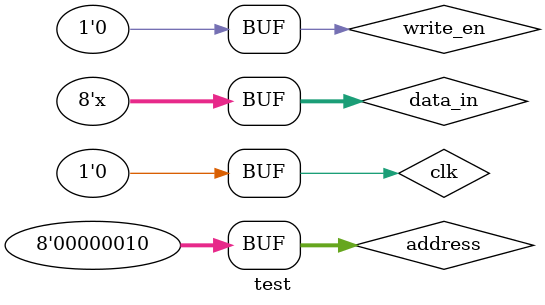
<source format=v>
module RAM_8x8(
    input wire clk,
    input wire write_en,
    input wire [7:0] address,
    input wire [7:0] data_in,
    output reg [7:0] data_out
);

reg [7:0] memory [7:0];

always @(posedge clk) begin
    if (write_en) begin
        memory[address] <= data_in; 
    end
end

always @(negedge clk) begin
    data_out <= memory[address];  
end

endmodule

module test;
    reg clk, write_en;
    reg [7:0] address;
    reg [7:0] data_in;
    wire [7:0] s;

    RAM_8x8 moduleRam (clk, write_en, address, data_in, s);  

    initial begin
        $display("Test Module");
        
        $monitor ("%4d %4d %4d %4b | %4b", clk, write_en, address, data_in, s);
        clk = 1'b1;
        write_en = 1'b1;
        address = 0;
        data_in = 8'b10010100;  

        #10 clk = 1'b0; write_en = 1'b1; address = 0; data_in = 8'bxxxxxxxx; 
        #10 clk = 1'b1; write_en = 1'b1; address = 1; data_in = 8'b11110000;  
        #10 clk = 1'b0; write_en = 1'b0; address = 1; data_in = 8'bxxxxxxxx;
        #10 clk = 1'b1; write_en = 1'b1; address = 2; data_in = 8'b10101010;
        #10 clk = 1'b0; write_en = 1'b0; address = 2; data_in = 8'bxxxxxxxx;
        #10 clk = 1'b1; write_en = 1'b1; address = 3; data_in = 8'b10000011;
        #10 clk = 1'b0; write_en = 1'b0; address = 3; data_in = 8'bxxxxxxxx;
        #10 clk = 1'b1; write_en = 1'b1; address = 4; data_in = 8'b10000000;  
        #10 clk = 1'b0; write_en = 1'b0; address = 4; data_in = 8'bxxxxxxxx;
        #10 clk = 1'b1; write_en = 1'b1; address = 5; data_in = 8'b00000001;
        #10 clk = 1'b0; write_en = 1'b0; address = 5; data_in = 8'bxxxxxxxx;
        #10 clk = 1'b1; write_en = 1'b1; address = 6; data_in = 8'b10110011;
        #10 clk = 1'b0; write_en = 1'b0; address = 6; data_in = 8'bxxxxxxxx;
        #10 clk = 1'b1; write_en = 1'b1; address = 7; data_in = 8'b11111111;
        #10 clk = 1'b0; write_en = 1'b0; address = 7; data_in = 8'bxxxxxxxx;
        #10 clk = 1'b1;
        #10 clk = 1'b0; write_en = 1'b0; address = 0; data_in = 8'bxxxxxxxx;  
        #10 clk = 1'b1;
        #10 clk = 1'b0; write_en = 1'b0; address = 4; data_in = 8'bxxxxxxxx;
        #10 clk = 1'b1;
        #10 clk = 1'b0; write_en = 1'b0; address = 2; data_in = 8'bxxxxxxxx;

    end
endmodule

</source>
